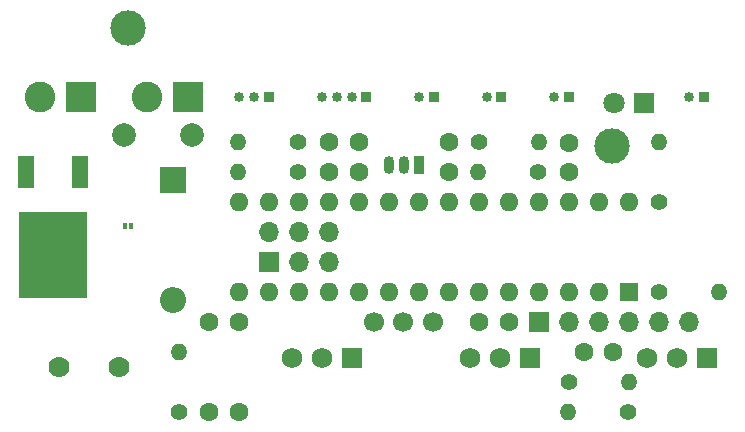
<source format=gbs>
G04 #@! TF.FileFunction,Soldermask,Bot*
%FSLAX46Y46*%
G04 Gerber Fmt 4.6, Leading zero omitted, Abs format (unit mm)*
G04 Created by KiCad (PCBNEW 4.0.7) date 07/26/19 16:42:22*
%MOMM*%
%LPD*%
G01*
G04 APERTURE LIST*
%ADD10C,0.100000*%
%ADD11R,2.200000X2.200000*%
%ADD12O,2.200000X2.200000*%
%ADD13C,1.778000*%
%ADD14R,1.700000X1.700000*%
%ADD15O,1.700000X1.700000*%
%ADD16R,1.800000X1.800000*%
%ADD17C,1.800000*%
%ADD18C,3.000000*%
%ADD19C,1.750000*%
%ADD20R,1.750000X1.750000*%
%ADD21C,2.000000*%
%ADD22R,1.600000X1.600000*%
%ADD23O,1.600000X1.600000*%
%ADD24R,2.600000X2.600000*%
%ADD25C,2.600000*%
%ADD26C,1.700000*%
%ADD27C,1.400000*%
%ADD28O,1.400000X1.400000*%
%ADD29C,1.600000*%
%ADD30O,0.900000X1.500000*%
%ADD31R,0.900000X1.500000*%
%ADD32R,0.850000X0.850000*%
%ADD33C,0.850000*%
%ADD34R,1.400000X2.700000*%
%ADD35R,5.800000X7.400000*%
%ADD36R,0.400000X0.600000*%
G04 APERTURE END LIST*
D10*
D11*
X50800000Y-95250000D03*
D12*
X50800000Y-105410000D03*
D13*
X46228000Y-111125000D03*
X41148000Y-111125000D03*
D14*
X81788000Y-107315000D03*
D15*
X84328000Y-107315000D03*
X86868000Y-107315000D03*
X89408000Y-107315000D03*
X91948000Y-107315000D03*
X94488000Y-107315000D03*
D16*
X90678000Y-88773000D03*
D17*
X88138000Y-88773000D03*
D18*
X87998000Y-92365000D03*
D19*
X90918000Y-110365000D03*
X93458000Y-110365000D03*
D20*
X95998000Y-110365000D03*
D21*
X46630000Y-91440000D03*
X52430000Y-91440000D03*
D18*
X46998000Y-82365000D03*
D22*
X89408000Y-104775000D03*
D23*
X56388000Y-97155000D03*
X86868000Y-104775000D03*
X58928000Y-97155000D03*
X84328000Y-104775000D03*
X61468000Y-97155000D03*
X81788000Y-104775000D03*
X64008000Y-97155000D03*
X79248000Y-104775000D03*
X66548000Y-97155000D03*
X76708000Y-104775000D03*
X69088000Y-97155000D03*
X74168000Y-104775000D03*
X71628000Y-97155000D03*
X71628000Y-104775000D03*
X74168000Y-97155000D03*
X69088000Y-104775000D03*
X76708000Y-97155000D03*
X66548000Y-104775000D03*
X79248000Y-97155000D03*
X64008000Y-104775000D03*
X81788000Y-97155000D03*
X61468000Y-104775000D03*
X84328000Y-97155000D03*
X58928000Y-104775000D03*
X86868000Y-97155000D03*
X56388000Y-104775000D03*
X89408000Y-97155000D03*
D24*
X52070000Y-88265000D03*
D25*
X48570000Y-88265000D03*
D24*
X43053000Y-88265000D03*
D25*
X39553000Y-88265000D03*
D26*
X67818000Y-107315000D03*
X70318000Y-107315000D03*
X72818000Y-107315000D03*
D27*
X84368000Y-112395000D03*
D28*
X89448000Y-112395000D03*
D27*
X89368000Y-114935000D03*
D28*
X84288000Y-114935000D03*
D29*
X74168000Y-92075000D03*
X74168000Y-94575000D03*
X66548000Y-92075000D03*
X66548000Y-94575000D03*
X79248000Y-107315000D03*
X76748000Y-107315000D03*
D30*
X70358000Y-93980000D03*
X69088000Y-93980000D03*
D31*
X71628000Y-93980000D03*
D29*
X64008000Y-92075000D03*
X64008000Y-94575000D03*
X85598000Y-109855000D03*
X88098000Y-109855000D03*
D27*
X91988000Y-104775000D03*
D28*
X97068000Y-104775000D03*
D29*
X84328000Y-94615000D03*
X84328000Y-92115000D03*
D27*
X76748000Y-92075000D03*
D28*
X81828000Y-92075000D03*
D27*
X81748000Y-94615000D03*
D28*
X76668000Y-94615000D03*
D19*
X75918000Y-110365000D03*
X78458000Y-110365000D03*
D20*
X80998000Y-110365000D03*
D19*
X60918000Y-110365000D03*
X63458000Y-110365000D03*
D20*
X65998000Y-110365000D03*
D27*
X61428000Y-94615000D03*
D28*
X56348000Y-94615000D03*
D27*
X61428000Y-92075000D03*
D28*
X56348000Y-92075000D03*
D27*
X91948000Y-97115000D03*
D28*
X91948000Y-92035000D03*
D29*
X53848000Y-107315000D03*
X53848000Y-114935000D03*
X56388000Y-107315000D03*
X56388000Y-114935000D03*
D27*
X51308000Y-114895000D03*
D28*
X51308000Y-109815000D03*
D14*
X58928000Y-102235000D03*
D15*
X58928000Y-99695000D03*
X61468000Y-102235000D03*
X61468000Y-99695000D03*
X64008000Y-102235000D03*
X64008000Y-99695000D03*
D32*
X78613000Y-88265000D03*
D33*
X77363000Y-88265000D03*
D32*
X67183000Y-88265000D03*
D33*
X65933000Y-88265000D03*
X64683000Y-88265000D03*
X63433000Y-88265000D03*
D32*
X72898000Y-88265000D03*
D33*
X71648000Y-88265000D03*
D32*
X95758000Y-88265000D03*
D33*
X94508000Y-88265000D03*
D32*
X84328000Y-88265000D03*
D33*
X83078000Y-88265000D03*
D32*
X58928000Y-88265000D03*
D33*
X57678000Y-88265000D03*
X56428000Y-88265000D03*
D34*
X38360000Y-94610000D03*
X42920000Y-94610000D03*
D35*
X40640000Y-101592000D03*
D36*
X47240000Y-99187000D03*
X46740000Y-99187000D03*
M02*

</source>
